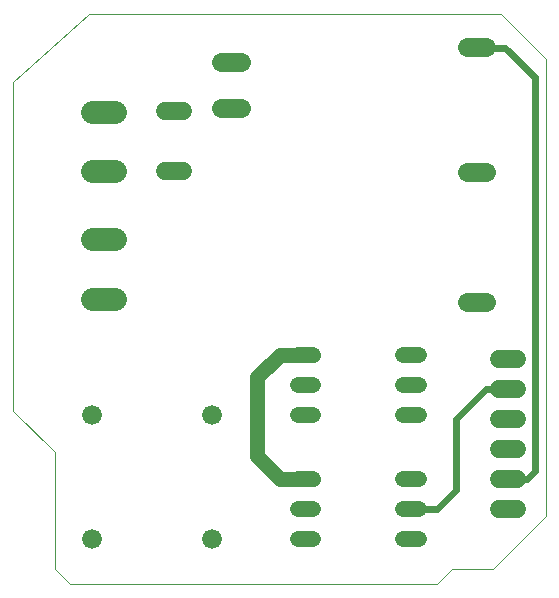
<source format=gtl>
G75*
%MOIN*%
%OFA0B0*%
%FSLAX25Y25*%
%IPPOS*%
%LPD*%
%AMOC8*
5,1,8,0,0,1.08239X$1,22.5*
%
%ADD10C,0.00000*%
%ADD11C,0.07800*%
%ADD12C,0.06000*%
%ADD13C,0.06496*%
%ADD14C,0.05200*%
%ADD15C,0.06600*%
%ADD16C,0.05000*%
%ADD17C,0.02400*%
D10*
X0189911Y0200358D02*
X0176161Y0214108D01*
X0176161Y0323988D01*
X0201321Y0346608D01*
X0338661Y0346608D01*
X0353661Y0331608D01*
X0353661Y0179108D01*
X0336161Y0161608D01*
X0322411Y0161608D01*
X0317411Y0156608D01*
X0194911Y0156608D01*
X0189911Y0161608D01*
X0189911Y0200358D01*
D11*
X0202261Y0251628D02*
X0210061Y0251628D01*
X0210061Y0271428D02*
X0202261Y0271428D01*
X0202261Y0294088D02*
X0210061Y0294088D01*
X0210061Y0313888D02*
X0202261Y0313888D01*
D12*
X0226871Y0314028D02*
X0232871Y0314028D01*
X0232871Y0294028D02*
X0226871Y0294028D01*
X0338161Y0231608D02*
X0344161Y0231608D01*
X0344161Y0221608D02*
X0338161Y0221608D01*
X0338161Y0211608D02*
X0344161Y0211608D01*
X0344161Y0201608D02*
X0338161Y0201608D01*
X0338161Y0191608D02*
X0344161Y0191608D01*
X0344161Y0181608D02*
X0338161Y0181608D01*
D13*
X0333765Y0250594D02*
X0327269Y0250594D01*
X0327269Y0293861D02*
X0333765Y0293861D01*
X0333765Y0335594D02*
X0327269Y0335594D01*
X0252033Y0330515D02*
X0245537Y0330515D01*
X0245537Y0315160D02*
X0252033Y0315160D01*
D14*
X0270961Y0232858D02*
X0276161Y0232858D01*
X0276161Y0222858D02*
X0270961Y0222858D01*
X0270961Y0212858D02*
X0276161Y0212858D01*
X0276161Y0191608D02*
X0270961Y0191608D01*
X0270961Y0181608D02*
X0276161Y0181608D01*
X0276161Y0171608D02*
X0270961Y0171608D01*
X0306161Y0171608D02*
X0311361Y0171608D01*
X0311361Y0181608D02*
X0306161Y0181608D01*
X0306161Y0191608D02*
X0311361Y0191608D01*
X0311361Y0212858D02*
X0306161Y0212858D01*
X0306161Y0222858D02*
X0311361Y0222858D01*
X0311361Y0232858D02*
X0306161Y0232858D01*
D15*
X0242411Y0212858D03*
X0242411Y0171608D03*
X0202411Y0171608D03*
X0202411Y0212858D03*
D16*
X0257411Y0225358D02*
X0257411Y0199108D01*
X0264911Y0191608D01*
X0276161Y0191608D01*
X0257411Y0225358D02*
X0264911Y0232858D01*
X0276161Y0232858D01*
D17*
X0306161Y0181608D02*
X0317411Y0181608D01*
X0323661Y0187858D01*
X0323661Y0211608D01*
X0333661Y0221608D01*
X0341161Y0221608D01*
X0349911Y0194108D02*
X0347411Y0191608D01*
X0341161Y0191608D01*
X0349911Y0194108D02*
X0349911Y0325358D01*
X0339931Y0335338D01*
X0330517Y0335594D01*
M02*

</source>
